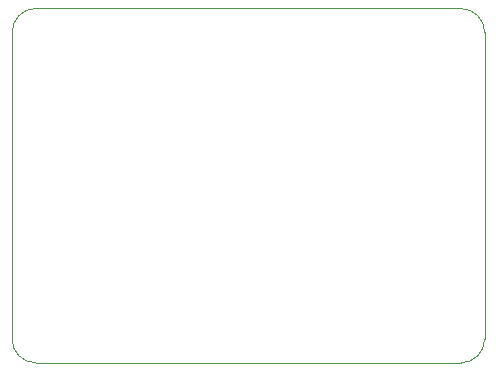
<source format=gbr>
G04 #@! TF.GenerationSoftware,KiCad,Pcbnew,(5.1.5)-3*
G04 #@! TF.CreationDate,2020-04-12T01:01:47+02:00*
G04 #@! TF.ProjectId,schinkli_brain,73636869-6e6b-46c6-995f-627261696e2e,rev?*
G04 #@! TF.SameCoordinates,Original*
G04 #@! TF.FileFunction,Profile,NP*
%FSLAX46Y46*%
G04 Gerber Fmt 4.6, Leading zero omitted, Abs format (unit mm)*
G04 Created by KiCad (PCBNEW (5.1.5)-3) date 2020-04-12 01:01:47*
%MOMM*%
%LPD*%
G04 APERTURE LIST*
%ADD10C,0.050000*%
G04 APERTURE END LIST*
D10*
X50000000Y-102000000D02*
G75*
G02X52000000Y-100000000I2000000J0D01*
G01*
X52000000Y-130000000D02*
G75*
G02X50000000Y-128000000I0J2000000D01*
G01*
X90000000Y-128000000D02*
G75*
G02X88000000Y-130000000I-2000000J0D01*
G01*
X88000000Y-100000000D02*
G75*
G02X90000000Y-102000000I0J-2000000D01*
G01*
X50000000Y-128000000D02*
X50000000Y-102000000D01*
X88000000Y-130000000D02*
X52000000Y-130000000D01*
X90000000Y-102000000D02*
X90000000Y-128000000D01*
X52000000Y-100000000D02*
X88000000Y-100000000D01*
M02*

</source>
